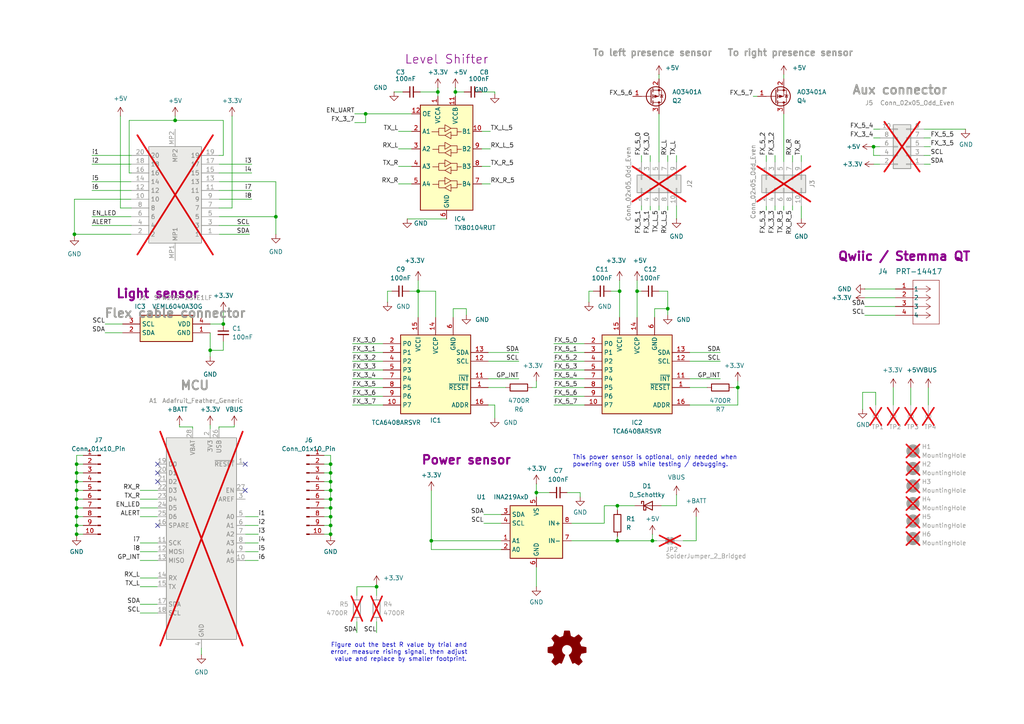
<source format=kicad_sch>
(kicad_sch (version 20231120) (generator "eeschema") (generator_version "8.0")
  (paper "A4")
  (title_block (title "besteLampe! ABL Controller Module") (date "2024-11-15") (rev "1.1") (comment 1 "See  https://beste-lampe.de for the source and more information") (comment 2 "This source describes Open Hardware and is licensed under the CERN-OHL-S v2.") (comment 3 "Copyright 2024 Lena Schimmel <mail@lenaschimmel.de>"))
  (junction (at 22.225 144.78))
  (junction (at 21.59 67.945))
  (junction (at 22.225 149.86))
  (junction (at 22.225 139.7))
  (junction (at 184.785 84.455))
  (junction (at 253.365 42.545))
  (junction (at 95.885 139.7))
  (junction (at 22.225 134.62))
  (junction (at 132.08 26.67))
  (junction (at 22.225 147.32))
  (junction (at 95.885 152.4))
  (junction (at 106.045 33.02))
  (junction (at 125.095 156.845))
  (junction (at 95.885 137.16))
  (junction (at 179.07 156.845))
  (junction (at 95.885 144.78))
  (junction (at 109.22 170.18))
  (junction (at 189.23 156.845))
  (junction (at 95.885 149.86))
  (junction (at 80.01 62.865))
  (junction (at 22.225 142.24))
  (junction (at 179.07 146.685))
  (junction (at 95.885 134.62))
  (junction (at 64.77 93.98))
  (junction (at 22.225 152.4))
  (junction (at 95.885 154.94))
  (junction (at 155.575 142.875))
  (junction (at 95.885 142.24))
  (junction (at 121.285 84.455))
  (junction (at 50.8 34.925))
  (junction (at 179.705 84.455))
  (junction (at 22.225 137.16))
  (junction (at 95.885 147.32))
  (junction (at 127 26.67))
  (junction (at 22.225 154.94))
  (junction (at 60.96 101.6))
  (junction (at 213.995 112.395))
  (junction (at 193.675 89.535))
  (no_connect (at 45.72 137.16))
  (no_connect (at 71.12 134.62))
  (no_connect (at 45.72 139.7))
  (no_connect (at 71.12 142.24))
  (no_connect (at 45.72 134.62))
  (no_connect (at 45.72 152.4))
  (wire (pts (xy 264.16 112.395) (xy 264.16 117.475)))
  (wire (pts (xy 179.07 146.685) (xy 184.15 146.685)))
  (wire (pts (xy 64.77 90.17) (xy 64.77 93.98)))
  (wire (pts (xy 186.055 45.085) (xy 186.055 46.99)))
  (wire (pts (xy 155.575 142.875) (xy 155.575 144.145)))
  (wire (pts (xy 102.235 117.475) (xy 111.125 117.475)))
  (wire (pts (xy 160.655 112.395) (xy 169.545 112.395)))
  (wire (pts (xy 165.735 156.845) (xy 179.07 156.845)))
  (wire (pts (xy 22.225 137.16) (xy 22.225 134.62)))
  (wire (pts (xy 22.225 155.575) (xy 22.225 154.94)))
  (wire (pts (xy 132.08 25.4) (xy 132.08 26.67)))
  (wire (pts (xy 193.675 91.44) (xy 193.675 89.535)))
  (wire (pts (xy 102.235 104.775) (xy 111.125 104.775)))
  (wire (pts (xy 24.13 137.16) (xy 22.225 137.16)))
  (wire (pts (xy 115.57 38.1) (xy 119.38 38.1)))
  (wire (pts (xy 168.275 142.875) (xy 168.275 144.145)))
  (wire (pts (xy 71.12 157.48) (xy 74.93 157.48)))
  (wire (pts (xy 253.365 42.545) (xy 255.27 42.545)))
  (wire (pts (xy 24.13 147.32) (xy 22.225 147.32)))
  (wire (pts (xy 145.415 149.225) (xy 140.335 149.225)))
  (wire (pts (xy 71.12 152.4) (xy 74.93 152.4)))
  (wire (pts (xy 191.135 84.455) (xy 193.675 84.455)))
  (wire (pts (xy 250.825 91.44) (xy 259.715 91.44)))
  (wire (pts (xy 64.77 93.98) (xy 60.96 93.98)))
  (wire (pts (xy 52.07 123.825) (xy 55.88 123.825)))
  (wire (pts (xy 63.5 123.825) (xy 63.5 124.46)))
  (wire (pts (xy 71.12 154.94) (xy 74.93 154.94)))
  (wire (pts (xy 269.875 45.085) (xy 267.97 45.085)))
  (wire (pts (xy 189.865 89.535) (xy 189.865 92.075)))
  (wire (pts (xy 143.51 26.67) (xy 143.51 27.305)))
  (wire (pts (xy 60.96 96.52) (xy 60.96 101.6)))
  (wire (pts (xy 200.025 117.475) (xy 213.995 117.475)))
  (wire (pts (xy 179.07 156.845) (xy 179.07 155.575)))
  (wire (pts (xy 50.8 34.925) (xy 64.77 34.925)))
  (wire (pts (xy 143.51 117.475) (xy 141.605 117.475)))
  (wire (pts (xy 93.98 142.24) (xy 95.885 142.24)))
  (wire (pts (xy 175.26 146.685) (xy 179.07 146.685)))
  (wire (pts (xy 154.305 112.395) (xy 155.575 112.395)))
  (wire (pts (xy 184.785 84.455) (xy 186.055 84.455)))
  (wire (pts (xy 67.945 123.825) (xy 63.5 123.825)))
  (wire (pts (xy 60.96 101.6) (xy 60.96 103.505)))
  (wire (pts (xy 139.7 53.34) (xy 142.24 53.34)))
  (wire (pts (xy 131.445 89.535) (xy 131.445 92.075)))
  (wire (pts (xy 22.225 139.7) (xy 22.225 137.16)))
  (wire (pts (xy 40.64 170.18) (xy 45.72 170.18)))
  (wire (pts (xy 213.995 117.475) (xy 213.995 112.395)))
  (wire (pts (xy 222.25 45.085) (xy 222.25 46.99)))
  (wire (pts (xy 63.5 57.785) (xy 73.025 57.785)))
  (wire (pts (xy 189.23 156.845) (xy 190.5 156.845)))
  (wire (pts (xy 71.12 149.86) (xy 74.93 149.86)))
  (wire (pts (xy 93.98 137.16) (xy 95.885 137.16)))
  (wire (pts (xy 250.825 83.82) (xy 259.715 83.82)))
  (wire (pts (xy 250.19 118.745) (xy 250.19 113.792)))
  (wire (pts (xy 106.045 33.02) (xy 106.045 35.56)))
  (wire (pts (xy 24.13 142.24) (xy 22.225 142.24)))
  (wire (pts (xy 40.64 142.24) (xy 45.72 142.24)))
  (wire (pts (xy 93.98 147.32) (xy 95.885 147.32)))
  (wire (pts (xy 95.885 139.7) (xy 95.885 137.16)))
  (wire (pts (xy 95.885 155.575) (xy 95.885 154.94)))
  (wire (pts (xy 115.57 43.18) (xy 119.38 43.18)))
  (wire (pts (xy 139.7 43.18) (xy 142.24 43.18)))
  (wire (pts (xy 160.655 117.475) (xy 169.545 117.475)))
  (wire (pts (xy 102.235 109.855) (xy 111.125 109.855)))
  (wire (pts (xy 103.505 170.18) (xy 109.22 170.18)))
  (wire (pts (xy 145.415 151.765) (xy 140.335 151.765)))
  (wire (pts (xy 170.815 84.455) (xy 170.815 87.63)))
  (wire (pts (xy 160.655 104.775) (xy 169.545 104.775)))
  (wire (pts (xy 71.12 162.56) (xy 74.93 162.56)))
  (wire (pts (xy 164.465 142.875) (xy 168.275 142.875)))
  (wire (pts (xy 55.88 123.825) (xy 55.88 124.46)))
  (wire (pts (xy 95.885 144.78) (xy 95.885 142.24)))
  (wire (pts (xy 186.055 59.69) (xy 186.055 60.96)))
  (wire (pts (xy 135.255 89.535) (xy 131.445 89.535)))
  (wire (pts (xy 143.51 26.67) (xy 139.7 26.67)))
  (wire (pts (xy 40.64 175.26) (xy 45.72 175.26)))
  (wire (pts (xy 269.875 40.005) (xy 267.97 40.005)))
  (wire (pts (xy 58.42 187.96) (xy 58.42 189.865)))
  (wire (pts (xy 95.885 142.24) (xy 95.885 139.7)))
  (wire (pts (xy 40.64 147.32) (xy 45.72 147.32)))
  (wire (pts (xy 232.41 63.5) (xy 232.41 59.69)))
  (wire (pts (xy 269.24 112.395) (xy 269.24 117.475)))
  (wire (pts (xy 60.96 123.19) (xy 60.96 124.46)))
  (wire (pts (xy 63.5 65.405) (xy 72.39 65.405)))
  (wire (pts (xy 200.025 104.775) (xy 208.915 104.775)))
  (wire (pts (xy 102.235 102.235) (xy 111.125 102.235)))
  (wire (pts (xy 95.885 132.08) (xy 93.98 132.08)))
  (wire (pts (xy 253.365 42.545) (xy 253.365 45.085)))
  (wire (pts (xy 93.98 139.7) (xy 95.885 139.7)))
  (wire (pts (xy 52.07 123.19) (xy 52.07 123.825)))
  (wire (pts (xy 175.26 146.685) (xy 175.26 151.765)))
  (wire (pts (xy 184.785 92.075) (xy 184.785 84.455)))
  (wire (pts (xy 102.235 112.395) (xy 111.125 112.395)))
  (wire (pts (xy 80.01 52.705) (xy 80.01 62.865)))
  (wire (pts (xy 40.64 160.02) (xy 45.72 160.02)))
  (wire (pts (xy 191.135 21.59) (xy 191.135 22.86)))
  (wire (pts (xy 125.095 156.845) (xy 145.415 156.845)))
  (wire (pts (xy 24.13 154.94) (xy 22.225 154.94)))
  (wire (pts (xy 227.33 21.59) (xy 227.33 22.86)))
  (wire (pts (xy 121.285 81.28) (xy 121.285 84.455)))
  (wire (pts (xy 125.095 142.24) (xy 125.095 156.845)))
  (wire (pts (xy 106.045 33.02) (xy 119.38 33.02)))
  (wire (pts (xy 22.225 147.32) (xy 22.225 144.78)))
  (wire (pts (xy 224.79 45.085) (xy 224.79 46.99)))
  (wire (pts (xy 160.655 99.695) (xy 169.545 99.695)))
  (wire (pts (xy 102.235 114.935) (xy 111.125 114.935)))
  (wire (pts (xy 63.5 47.625) (xy 73.025 47.625)))
  (wire (pts (xy 201.93 156.845) (xy 198.12 156.845)))
  (wire (pts (xy 67.945 123.19) (xy 67.945 123.825)))
  (wire (pts (xy 155.575 112.395) (xy 155.575 110.49)))
  (wire (pts (xy 125.095 159.385) (xy 145.415 159.385)))
  (wire (pts (xy 22.225 132.08) (xy 24.13 132.08)))
  (wire (pts (xy 132.08 26.67) (xy 134.62 26.67)))
  (wire (pts (xy 103.505 172.72) (xy 103.505 170.18)))
  (wire (pts (xy 127 26.67) (xy 127 27.94)))
  (wire (pts (xy 193.675 84.455) (xy 193.675 89.535)))
  (wire (pts (xy 160.655 114.935) (xy 169.545 114.935)))
  (wire (pts (xy 63.5 55.245) (xy 73.025 55.245)))
  (wire (pts (xy 40.64 162.56) (xy 45.72 162.56)))
  (wire (pts (xy 50.8 33.655) (xy 50.8 34.925)))
  (wire (pts (xy 24.13 134.62) (xy 22.225 134.62)))
  (wire (pts (xy 227.33 33.02) (xy 227.33 46.99)))
  (wire (pts (xy 67.31 33.655) (xy 67.31 60.325)))
  (wire (pts (xy 26.67 47.625) (xy 38.1 47.625)))
  (wire (pts (xy 139.7 38.1) (xy 142.24 38.1)))
  (wire (pts (xy 64.77 45.085) (xy 63.5 45.085)))
  (wire (pts (xy 24.13 139.7) (xy 22.225 139.7)))
  (wire (pts (xy 191.135 59.69) (xy 191.135 60.96)))
  (wire (pts (xy 63.5 50.165) (xy 73.025 50.165)))
  (wire (pts (xy 109.22 180.34) (xy 109.22 183.515)))
  (wire (pts (xy 93.98 152.4) (xy 95.885 152.4)))
  (wire (pts (xy 102.235 99.695) (xy 111.125 99.695)))
  (wire (pts (xy 22.225 154.94) (xy 22.225 152.4)))
  (wire (pts (xy 95.885 147.32) (xy 95.885 144.78)))
  (wire (pts (xy 250.825 88.9) (xy 259.715 88.9)))
  (wire (pts (xy 191.135 33.02) (xy 191.135 46.99)))
  (wire (pts (xy 40.64 157.48) (xy 45.72 157.48)))
  (wire (pts (xy 63.5 52.705) (xy 80.01 52.705)))
  (wire (pts (xy 26.67 65.405) (xy 38.1 65.405)))
  (wire (pts (xy 24.13 149.86) (xy 22.225 149.86)))
  (wire (pts (xy 38.1 57.785) (xy 21.59 57.785)))
  (wire (pts (xy 253.365 40.005) (xy 255.27 40.005)))
  (wire (pts (xy 93.98 144.78) (xy 95.885 144.78)))
  (wire (pts (xy 196.215 63.5) (xy 196.215 59.69)))
  (wire (pts (xy 155.575 140.335) (xy 155.575 142.875)))
  (wire (pts (xy 95.885 154.94) (xy 95.885 152.4)))
  (wire (pts (xy 22.225 142.24) (xy 22.225 139.7)))
  (wire (pts (xy 189.23 154.94) (xy 189.23 156.845)))
  (wire (pts (xy 253.365 47.625) (xy 255.27 47.625)))
  (wire (pts (xy 40.64 177.8) (xy 45.72 177.8)))
  (wire (pts (xy 30.48 93.98) (xy 35.56 93.98)))
  (wire (pts (xy 24.13 144.78) (xy 22.225 144.78)))
  (wire (pts (xy 172.085 84.455) (xy 170.815 84.455)))
  (wire (pts (xy 109.22 170.18) (xy 109.22 172.72)))
  (wire (pts (xy 196.215 46.99) (xy 196.215 45.085)))
  (wire (pts (xy 93.98 154.94) (xy 95.885 154.94)))
  (wire (pts (xy 102.87 33.02) (xy 106.045 33.02)))
  (wire (pts (xy 95.885 149.86) (xy 95.885 147.32)))
  (wire (pts (xy 139.7 48.26) (xy 142.24 48.26)))
  (wire (pts (xy 201.93 149.86) (xy 201.93 156.845)))
  (wire (pts (xy 129.54 63.5) (xy 118.11 63.5)))
  (wire (pts (xy 34.925 60.325) (xy 38.1 60.325)))
  (wire (pts (xy 113.665 84.455) (xy 112.395 84.455)))
  (wire (pts (xy 177.165 84.455) (xy 179.705 84.455)))
  (wire (pts (xy 22.225 134.62) (xy 22.225 132.08)))
  (wire (pts (xy 109.22 169.545) (xy 109.22 170.18)))
  (wire (pts (xy 267.97 47.625) (xy 269.875 47.625)))
  (wire (pts (xy 80.01 67.945) (xy 80.01 62.865)))
  (wire (pts (xy 34.925 33.655) (xy 34.925 60.325)))
  (wire (pts (xy 63.5 62.865) (xy 80.01 62.865)))
  (wire (pts (xy 196.215 143.51) (xy 196.215 146.685)))
  (wire (pts (xy 196.215 146.685) (xy 191.77 146.685)))
  (wire (pts (xy 250.19 113.792) (xy 254 113.792)))
  (wire (pts (xy 269.875 42.545) (xy 267.97 42.545)))
  (wire (pts (xy 93.98 134.62) (xy 95.885 134.62)))
  (wire (pts (xy 193.675 60.96) (xy 193.675 59.69)))
  (wire (pts (xy 95.885 134.62) (xy 95.885 132.08)))
  (wire (pts (xy 21.59 57.785) (xy 21.59 67.945)))
  (wire (pts (xy 121.285 84.455) (xy 126.365 84.455)))
  (wire (pts (xy 253.365 45.085) (xy 255.27 45.085)))
  (wire (pts (xy 118.745 84.455) (xy 121.285 84.455)))
  (wire (pts (xy 71.12 160.02) (xy 74.93 160.02)))
  (wire (pts (xy 115.57 48.26) (xy 119.38 48.26)))
  (wire (pts (xy 64.77 99.06) (xy 64.77 101.6)))
  (wire (pts (xy 102.235 107.315) (xy 111.125 107.315)))
  (wire (pts (xy 141.605 109.855) (xy 150.495 109.855)))
  (wire (pts (xy 200.025 109.855) (xy 208.915 109.855)))
  (wire (pts (xy 106.045 35.56) (xy 102.87 35.56)))
  (wire (pts (xy 179.705 84.455) (xy 179.705 92.075)))
  (wire (pts (xy 115.57 53.34) (xy 119.38 53.34)))
  (wire (pts (xy 30.48 96.52) (xy 35.56 96.52)))
  (wire (pts (xy 218.44 27.94) (xy 219.71 27.94)))
  (wire (pts (xy 26.67 45.085) (xy 38.1 45.085)))
  (wire (pts (xy 222.25 59.69) (xy 222.25 60.96)))
  (wire (pts (xy 114.3 26.67) (xy 116.84 26.67)))
  (wire (pts (xy 112.395 84.455) (xy 112.395 87.63)))
  (wire (pts (xy 160.655 107.315) (xy 169.545 107.315)))
  (wire (pts (xy 26.67 52.705) (xy 38.1 52.705)))
  (wire (pts (xy 175.26 151.765) (xy 165.735 151.765)))
  (wire (pts (xy 188.595 45.085) (xy 188.595 46.99)))
  (wire (pts (xy 143.51 121.285) (xy 143.51 117.475)))
  (wire (pts (xy 135.255 91.44) (xy 135.255 89.535)))
  (wire (pts (xy 193.675 45.085) (xy 193.675 46.99)))
  (wire (pts (xy 38.1 50.165) (xy 37.465 50.165)))
  (wire (pts (xy 125.095 156.845) (xy 125.095 159.385)))
  (wire (pts (xy 60.96 101.6) (xy 64.77 101.6)))
  (wire (pts (xy 67.31 60.325) (xy 63.5 60.325)))
  (wire (pts (xy 179.07 146.685) (xy 179.07 147.955)))
  (wire (pts (xy 267.97 37.465) (xy 280.035 37.465)))
  (wire (pts (xy 160.655 109.855) (xy 169.545 109.855)))
  (wire (pts (xy 141.605 112.395) (xy 146.685 112.395)))
  (wire (pts (xy 184.785 81.28) (xy 184.785 84.455)))
  (wire (pts (xy 126.365 92.075) (xy 126.365 84.455)))
  (wire (pts (xy 213.995 112.395) (xy 213.995 110.49)))
  (wire (pts (xy 179.07 156.845) (xy 189.23 156.845)))
  (wire (pts (xy 155.575 164.465) (xy 155.575 170.18)))
  (wire (pts (xy 22.225 149.86) (xy 22.225 147.32)))
  (wire (pts (xy 227.33 59.69) (xy 227.33 60.96)))
  (wire (pts (xy 50.8 34.925) (xy 37.465 34.925)))
  (wire (pts (xy 121.92 26.67) (xy 127 26.67)))
  (wire (pts (xy 63.5 67.945) (xy 72.39 67.945)))
  (wire (pts (xy 259.08 112.395) (xy 259.08 117.475)))
  (wire (pts (xy 26.67 62.865) (xy 38.1 62.865)))
  (wire (pts (xy 24.13 152.4) (xy 22.225 152.4)))
  (wire (pts (xy 26.67 55.245) (xy 38.1 55.245)))
  (wire (pts (xy 21.59 67.945) (xy 38.1 67.945)))
  (wire (pts (xy 40.64 167.64) (xy 45.72 167.64)))
  (wire (pts (xy 254 113.792) (xy 254 117.475)))
  (wire (pts (xy 132.08 26.67) (xy 132.08 27.94)))
  (wire (pts (xy 40.64 149.86) (xy 45.72 149.86)))
  (wire (pts (xy 121.285 84.455) (xy 121.285 92.075)))
  (wire (pts (xy 193.675 89.535) (xy 189.865 89.535)))
  (wire (pts (xy 200.025 112.395) (xy 205.105 112.395)))
  (wire (pts (xy 21.59 68.58) (xy 21.59 67.945)))
  (wire (pts (xy 141.605 102.235) (xy 150.495 102.235)))
  (wire (pts (xy 141.605 104.775) (xy 150.495 104.775)))
  (wire (pts (xy 253.365 37.465) (xy 255.27 37.465)))
  (wire (pts (xy 37.465 34.925) (xy 37.465 50.165)))
  (wire (pts (xy 40.64 144.78) (xy 45.72 144.78)))
  (wire (pts (xy 212.725 112.395) (xy 213.995 112.395)))
  (wire (pts (xy 252.73 42.545) (xy 253.365 42.545)))
  (wire (pts (xy 188.595 59.69) (xy 188.595 60.96)))
  (wire (pts (xy 229.87 45.085) (xy 229.87 46.99)))
  (wire (pts (xy 155.575 142.875) (xy 159.385 142.875)))
  (wire (pts (xy 22.225 144.78) (xy 22.225 142.24)))
  (wire (pts (xy 224.79 59.69) (xy 224.79 60.96)))
  (wire (pts (xy 93.98 149.86) (xy 95.885 149.86)))
  (wire (pts (xy 103.505 180.34) (xy 103.505 183.515)))
  (wire (pts (xy 232.41 45.085) (xy 232.41 46.99)))
  (wire (pts (xy 200.025 102.235) (xy 208.915 102.235)))
  (wire (pts (xy 250.825 86.36) (xy 259.715 86.36)))
  (wire (pts (xy 95.885 152.4) (xy 95.885 149.86)))
  (wire (pts (xy 127 25.4) (xy 127 26.67)))
  (wire (pts (xy 22.225 152.4) (xy 22.225 149.86)))
  (wire (pts (xy 229.87 59.69) (xy 229.87 60.96)))
  (wire (pts (xy 64.77 34.925) (xy 64.77 45.085)))
  (wire (pts (xy 179.705 81.28) (xy 179.705 84.455)))
  (wire (pts (xy 160.655 102.235) (xy 169.545 102.235)))
  (wire (pts (xy 95.885 137.16) (xy 95.885 134.62)))
  (text_box "This power sensor is optional, only needed when powering over USB while testing / debugging." (at 165.1 130.81 0) (size 53.975 6.35) (stroke (width -0.0001)) (effects (font (size 1.27 1.27)) (justify left top)))
  (text "Figure out the best R value by trial and \nerror, measure rising signal, then adjust \nvalue and replace by smaller footprint." (at 116.205 189.23 0) (effects (font (size 1.27 1.27))))
  (label "RX_L" (at 193.675 45.085 90))
  (label "EN_LED" (at 26.67 62.865 0))
  (label "EN_UART" (at 102.87 33.02 180))
  (label "SCL" (at 72.39 65.405 180))
  (label "SDA" (at 269.875 47.625 0))
  (label "FX_3_5" (at 269.875 42.545 0))
  (label "FX_3_0" (at 188.595 45.085 90))
  (label "SDA" (at 103.505 183.515 180))
  (label "FX_5_2" (at 160.655 104.775 0))
  (label "ALERT" (at 26.67 65.405 0))
  (label "SDA" (at 150.495 102.235 180))
  (label "RX_R" (at 115.57 53.34 180))
  (label "TX_R_5" (at 227.33 60.96 270))
  (label "i3" (at 73.025 47.625 180))
  (label "EN_LED" (at 40.64 147.32 180))
  (label "FX_5_5" (at 160.655 112.395 0))
  (label "i6" (at 26.67 55.245 0))
  (label "i5" (at 74.93 160.02 0))
  (label "i7" (at 73.025 55.245 180))
  (label "FX_3_6" (at 102.235 114.935 0))
  (label "FX_3_3" (at 224.79 60.96 270))
  (label "RX_L" (at 115.57 43.18 180))
  (label "TX_L_5" (at 142.24 38.1 0))
  (label "FX_3_1" (at 188.595 60.96 270))
  (label "TX_L" (at 115.57 38.1 180))
  (label "GP_INT" (at 150.495 109.855 180))
  (label "FX_5_0" (at 160.655 99.695 0))
  (label "TX_L" (at 196.215 45.085 90))
  (label "SCL" (at 140.335 151.765 180))
  (label "FX_3_3" (at 102.235 107.315 0))
  (label "i4" (at 74.93 157.48 0))
  (label "i1" (at 74.93 149.86 0))
  (label "FX_5_2" (at 222.25 45.085 90))
  (label "TX_L_5" (at 191.135 60.96 270))
  (label "i5" (at 26.67 52.705 0))
  (label "FX_5_7" (at 218.44 27.94 180))
  (label "FX_5_1" (at 186.055 60.96 270))
  (label "RX_L_5" (at 142.24 43.18 0))
  (label "SCL" (at 40.64 177.8 180))
  (label "i1" (at 26.67 45.085 0))
  (label "FX_3_2" (at 102.235 104.775 0))
  (label "SDA" (at 140.335 149.225 180))
  (label "i3" (at 74.93 154.94 0))
  (label "SDA" (at 40.64 175.26 180))
  (label "i2" (at 26.67 47.625 0))
  (label "RX_R_5" (at 229.87 60.96 270))
  (label "i8" (at 40.64 160.02 180))
  (label "FX_5_6" (at 183.515 27.94 180))
  (label "SDA" (at 250.825 88.9 180))
  (label "TX_R_5" (at 142.24 48.26 0))
  (label "FX_3_2" (at 224.79 45.085 90))
  (label "SCL" (at 269.875 45.085 0))
  (label "SCL" (at 109.22 183.515 180))
  (label "FX_3_1" (at 102.235 102.235 0))
  (label "TX_R" (at 232.41 45.085 90))
  (label "i8" (at 73.025 57.785 180))
  (label "RX_L_5" (at 193.675 60.96 270))
  (label "FX_3_7" (at 102.235 117.475 0))
  (label "i6" (at 74.93 162.56 0))
  (label "FX_3_5" (at 102.235 112.395 0))
  (label "RX_R_5" (at 142.24 53.34 0))
  (label "FX_3_4" (at 253.365 40.005 180))
  (label "TX_R" (at 40.64 144.78 180))
  (label "RX_L" (at 40.64 167.64 180))
  (label "FX_5_0" (at 186.055 45.085 90))
  (label "SCL" (at 250.825 91.44 180))
  (label "FX_5_6" (at 160.655 114.935 0))
  (label "RX_R" (at 40.64 142.24 180))
  (label "FX_5_4" (at 160.655 109.855 0))
  (label "GP_INT" (at 208.915 109.855 180))
  (label "FX_3_0" (at 102.235 99.695 0))
  (label "FX_3_4" (at 102.235 109.855 0))
  (label "i7" (at 40.64 157.48 180))
  (label "FX_5_7" (at 160.655 117.475 0))
  (label "SCL" (at 150.495 104.775 180))
  (label "SDA" (at 30.48 96.52 180))
  (label "FX_5_1" (at 160.655 102.235 0))
  (label "ALERT" (at 40.64 149.86 180))
  (label "SDA" (at 208.915 102.235 180))
  (label "GP_INT" (at 40.64 162.56 180))
  (label "FX_5_3" (at 160.655 107.315 0))
  (label "i4" (at 73.025 50.165 180))
  (label "FX_5_4" (at 253.365 37.465 180))
  (label "RX_R" (at 229.87 45.085 90))
  (label "TX_R" (at 115.57 48.26 180))
  (label "SCL" (at 30.48 93.98 180))
  (label "TX_L" (at 40.64 170.18 180))
  (label "FX_3_7" (at 102.87 35.56 180))
  (label "SDA" (at 72.39 67.945 180))
  (label "i2" (at 74.93 152.4 0))
  (label "FX_5_3" (at 222.25 60.96 270))
  (label "FX_5_5" (at 269.875 40.005 0))
  (label "SCL" (at 208.915 104.775 180))
  (symbol (lib_id "power:+3.3V") (at 109.22 169.545 0) (mirror y) (unit 1)
    (property "Reference" "#PWR043" (effects (hide yes)))
    (property "Value" "+3.3V" (at 111.125 167.64 0) (effects (justify right)))
    (property "Description" "Power symbol creates a global label with name \"+3.3V\"" (effects (hide yes)))
  )
  (symbol (lib_id "power:GND") (at 58.42 189.865 0) (unit 1)
    (property "Reference" "#PWR08" (effects (hide yes)))
    (property "Value" "GND" (at 58.42 194.945 0))
    (property "Description" "Power symbol creates a global label with name \"GND\" , ground" (effects (hide yes)))
  )
  (symbol (lib_id "power:+5V") (at 191.135 21.59 0) (unit 1)
    (property "Reference" "#PWR016" (effects (hide yes)))
    (property "Value" "+5V" (at 194.945 19.685 0))
    (property "Description" "Power symbol creates a global label with name \"+5V\"" (effects (hide yes)))
  )
  (symbol (lib_id "Connector_Generic:Conn_02x05_Odd_Even") (at 262.89 42.545 180) (unit 1) (dnp yes)
    (property "Reference" "J5" (at 252.095 29.845 0))
    (property "Value" "Conn_02x05_Odd_Even" (at 266.065 29.845 0))
    (property "Footprint" "Connector_IDC:IDC-Header_2x05_P2.54mm_Vertical" (effects (hide yes)))
    (property "Description" "Generic connector, double row, 02x05, odd/even pin numbering scheme (row 1 odd numbers, row 2 even numbers), script generated (kicad-library-utils/schlib/autogen/connector/)" (effects (hide yes)))
    (property "LCSC Part #" "C7501276" (effects (hide yes)))
    (property "Purpose" "Aux connector" (at 260.985 26.035 0) (effects (font (size 2.54 2.54) (bold yes))))
  )
  (symbol (lib_id "Mechanical:MountingHole") (at 264.795 146.05 0) (unit 1) (exclude_from_sim yes) (in_bom no) (dnp yes)
    (property "Reference" "H4" (at 267.335 144.7799 0) (effects (justify left)))
    (property "Value" "MountingHole" (at 267.335 147.3199 0) (effects (justify left)))
    (property "Footprint" "MountingHole:MountingHole_3.2mm_M3_DIN965" (effects (hide yes)))
    (property "Description" "Mounting Hole without connection" (effects (hide yes)))
  )
  (symbol (lib_id "power:GND") (at 95.885 155.575 0) (mirror y) (unit 1)
    (property "Reference" "#PWR010" (effects (hide yes)))
    (property "Value" "GND" (at 95.885 160.02 0))
    (property "Description" "Power symbol creates a global label with name \"GND\" , ground" (effects (hide yes)))
  )
  (symbol (lib_id "power:GND") (at 250.825 83.82 270) (mirror x) (unit 1)
    (property "Reference" "#PWR022" (effects (hide yes)))
    (property "Value" "GND" (at 247.015 83.8201 90) (effects (justify right)))
    (property "Description" "Power symbol creates a global label with name \"GND\" , ground" (effects (hide yes)))
  )
  (symbol (lib_id "Device:R") (at 150.495 112.395 90) (mirror x) (unit 1)
    (property "Reference" "R6" (at 150.495 118.745 90))
    (property "Value" "4700R" (at 150.495 116.205 90))
    (property "Footprint" "Resistor_SMD:R_0402_1005Metric" (effects (hide yes)))
    (property "Description" "Resistor" (effects (hide yes)))
    (property "LCSC Part #" "C25900" (effects (hide yes)))
    (property "Purpose" "Pull-Up" (effects (hide yes)))
  )
  (symbol (lib_id "Connector:TestPoint") (at 259.08 117.475 180) (unit 1) (dnp yes)
    (property "Reference" "TP2" (at 257.81 123.825 0) (effects (justify right)))
    (property "Value" "TestPoint" (effects (hide yes)))
    (property "Footprint" "TestPoint:TestPoint_THTPad_D1.5mm_Drill0.7mm" (effects (hide yes)))
    (property "Description" "test point" (effects (hide yes)))
  )
  (symbol (lib_id "Connector:TestPoint") (at 254 117.475 180) (unit 1) (dnp yes)
    (property "Reference" "TP1" (at 252.73 123.825 0) (effects (justify right)))
    (property "Value" "TestPoint" (effects (hide yes)))
    (property "Footprint" "TestPoint:TestPoint_THTPad_D1.5mm_Drill0.7mm" (effects (hide yes)))
    (property "Description" "test point" (effects (hide yes)))
  )
  (symbol (lib_id "TCA6408ARSVR:TCA6408ARSVR_Own") (at 111.125 107.315 0) (unit 1)
    (property "Reference" "IC1" (at 126.365 121.92 0))
    (property "Value" "TCA6408ARSVR" (at 114.935 122.555 0))
    (property "Footprint" "QFN40P180X260X55-16N" (effects (hide yes)))
    (property "Datasheet" "http://www.ti.com/lit/gpn/tca6408a" (effects (hide yes)))
    (property "Description" "Low-Voltage 8-Bit I2C and SMBus I/O Expander" (effects (hide yes)))
    (property "Height" "0.55" (effects (hide yes)))
    (property "Mouser Part Number" "595-TCA6408ARSVR" (effects (hide yes)))
    (property "Mouser Price/Stock" "https://www.mouser.co.uk/ProductDetail/Texas-Instruments/TCA6408ARSVR?qs=AFkNxQkJKAISZm6jGsM%252BSQ%3D%3D" (effects (hide yes)))
    (property "Manufacturer_Name" "Texas Instruments" (effects (hide yes)))
    (property "Manufacturer_Part_Number" "TCA6408ARSVR" (effects (hide yes)))
  )
  (symbol (lib_id "Jumper:SolderJumper_2_Bridged") (at 194.31 156.845 0) (mirror y) (unit 1) (exclude_from_sim yes) (in_bom no) (dnp yes)
    (property "Reference" "JP2" (at 193.0399 159.385 0) (effects (justify right)))
    (property "Value" "SolderJumper_2_Bridged" (at 193.04 161.29 0) (effects (justify right)))
    (property "Footprint" "Jumper:SolderJumper-2_P1.3mm_Bridged2Bar_RoundedPad1.0x1.5mm" (effects (hide yes)))
    (property "Description" "Solder Jumper, 2-pole, closed/bridged" (effects (hide yes)))
    (property "Purpose" "Link voltages" (effects (hide yes)))
  )
  (symbol (lib_id "power:+5V") (at 264.16 112.395 0) (unit 1)
    (property "Reference" "#PWR047" (effects (hide yes)))
    (property "Value" "+5V" (at 262.89 107.315 0) (effects (justify left)))
    (property "Description" "Power symbol creates a global label with name \"+5V\"" (effects (hide yes)))
  )
  (symbol (lib_id "power:+3.3V") (at 250.825 86.36 90) (mirror x) (unit 1)
    (property "Reference" "#PWR021" (effects (hide yes)))
    (property "Value" "+3.3V" (at 247.015 86.3601 90) (effects (justify left)))
    (property "Description" "Power symbol creates a global label with name \"+3.3V\"" (effects (hide yes)))
  )
  (symbol (lib_id "power:+5V") (at 34.925 33.655 0) (unit 1)
    (property "Reference" "#PWR03" (effects (hide yes)))
    (property "Value" "+5V" (at 34.925 28.575 0))
    (property "Description" "Power symbol creates a global label with name \"+5V\"" (effects (hide yes)))
  )
  (symbol (lib_id "power:+3.3V") (at 121.285 81.28 0) (unit 1)
    (property "Reference" "#PWR054" (effects (hide yes)))
    (property "Value" "+3.3V" (at 123.19 75.565 0) (effects (justify right)))
    (property "Description" "Power symbol creates a global label with name \"+3.3V\"" (effects (hide yes)))
  )
  (symbol (lib_id "Device:C_Small") (at 161.925 142.875 270) (unit 1)
    (property "Reference" "C7" (at 161.9186 136.525 90))
    (property "Value" "100nF" (at 161.9186 139.065 90))
    (property "Footprint" "Capacitor_SMD:C_0402_1005Metric" (effects (hide yes)))
    (property "Description" "Unpolarized capacitor, small symbol" (effects (hide yes)))
    (property "LCSC Part #" "C1525" (effects (hide yes)))
    (property "Purpose" "Decoupling" (effects (hide yes)))
  )
  (symbol (lib_id "Mechanical:MountingHole") (at 264.795 151.13 0) (unit 1) (exclude_from_sim yes) (in_bom no) (dnp yes)
    (property "Reference" "H5" (at 267.335 149.8599 0) (effects (justify left)))
    (property "Value" "MountingHole" (at 267.335 152.3999 0) (effects (justify left)))
    (property "Footprint" "MountingHole:MountingHole_3.2mm_M3_DIN965" (effects (hide yes)))
    (property "Description" "Mounting Hole without connection" (effects (hide yes)))
  )
  (symbol (lib_id "Sensor_Energy:INA219AxD") (at 155.575 154.305 0) (mirror y) (unit 1)
    (property "Reference" "U1" (at 140.97 144.145 0) (effects (justify left)))
    (property "Value" "INA219AxD" (at 153.3809 144.145 0) (effects (justify left)))
    (property "Footprint" "Package_SO:SOIC-8_3.9x4.9mm_P1.27mm" (effects (hide yes)))
    (property "Datasheet" "http://www.ti.com/lit/ds/symlink/ina219.pdf" (effects (hide yes)))
    (property "Description" "Zero-Drift, Bidirectional Current/Power Monitor (0-26V) With I2C Interface, SOIC-8" (effects (hide yes)))
    (property "LCSC Part #" "C138706" (effects (hide yes)))
    (property "Purpose" "Power sensor" (at 135.255 133.35 0) (effects (font (size 2.54 2.54) (bold yes))))
  )
  (symbol (lib_id "power:GND") (at 112.395 87.63 0) (mirror y) (unit 1)
    (property "Reference" "#PWR055" (effects (hide yes)))
    (property "Value" "GND" (at 114.935 88.9001 0) (effects (justify right)))
    (property "Description" "Power symbol creates a global label with name \"GND\" , ground" (effects (hide yes)))
  )
  (symbol (lib_id "power:+BATT") (at 52.07 123.19 0) (unit 1)
    (property "Reference" "#PWR050" (effects (hide yes)))
    (property "Value" "+BATT" (at 51.435 118.745 0))
    (property "Description" "Power symbol creates a global label with name \"+BATT\"" (effects (hide yes)))
  )
  (symbol (lib_id "Logic_LevelTranslator:TXB0104RUT") (at 129.54 45.72 0) (unit 1)
    (property "Reference" "IC4" (at 131.7341 63.5 0) (effects (justify left)))
    (property "Value" "TXB0104RUT" (at 131.7341 66.04 0) (effects (justify left)))
    (property "Footprint" "Package_DFN_QFN:Texas_R-PUQFN-N12" (effects (hide yes)))
    (property "Datasheet" "http://www.ti.com/lit/ds/symlink/txb0104.pdf" (effects (hide yes)))
    (property "Description" "4-Bit Bidirectional Voltage-Level Translator, Auto Direction Sensing and ±15-kV ESD Protection, 1.2 - 3.6V APort, 1.65 - 5.5V BPort, Texas_PUQFN-12" (effects (hide yes)))
    (property "Purpose" "Level Shifter" (at 129.54 17.145 0) (effects (font (size 2.54 2.54))))
    (property "LCSC Part #" "C19269202" (effects (hide yes)))
  )
  (symbol (lib_id "Device:R") (at 109.22 176.53 0) (unit 1) (dnp yes)
    (property "Reference" "R4" (at 111.125 175.2599 0) (effects (justify left)))
    (property "Value" "4700R" (at 111.125 177.7999 0) (effects (justify left)))
    (property "Footprint" "Resistor_SMD:R_0805_2012Metric_Pad1.20x1.40mm_HandSolder" (effects (hide yes)))
    (property "Description" "Resistor" (effects (hide yes)))
    (property "LCSC Part #" "C25900" (effects (hide yes)))
    (property "Purpose" "Pull-Up" (effects (hide yes)))
  )
  (symbol (lib_id "power:GND") (at 21.59 68.58 0) (unit 1)
    (property "Reference" "#PWR02" (effects (hide yes)))
    (property "Value" "GND" (at 21.59 73.66 0))
    (property "Description" "Power symbol creates a global label with name \"GND\" , ground" (effects (hide yes)))
  )
  (symbol (lib_id "power:+3.3V") (at 213.995 110.49 0) (unit 1)
    (property "Reference" "#PWR059" (effects (hide yes)))
    (property "Value" "+3.3V" (at 215.9 106.045 0) (effects (justify right)))
    (property "Description" "Power symbol creates a global label with name \"+3.3V\"" (effects (hide yes)))
  )
  (symbol (lib_id "power:VBUS") (at 196.215 143.51 0) (unit 1)
    (property "Reference" "#PWR036" (effects (hide yes)))
    (property "Value" "VBUS" (at 196.215 138.43 0))
    (property "Description" "Power symbol creates a global label with name \"VBUS\"" (effects (hide yes)))
  )
  (symbol (lib_id "power:+5V") (at 132.08 25.4 0) (unit 1)
    (property "Reference" "#PWR041" (effects (hide yes)))
    (property "Value" "+5V" (at 131.445 20.955 0) (effects (justify left)))
    (property "Description" "Power symbol creates a global label with name \"+5V\"" (effects (hide yes)))
  )
  (symbol (lib_id "power:GND") (at 80.01 67.945 0) (unit 1)
    (property "Reference" "#PWR06" (effects (hide yes)))
    (property "Value" "GND" (at 80.01 73.025 0))
    (property "Description" "Power symbol creates a global label with name \"GND\" , ground" (effects (hide yes)))
  )
  (symbol (lib_id "Mechanical:MountingHole") (at 264.795 135.89 0) (unit 1) (exclude_from_sim yes) (in_bom no) (dnp yes)
    (property "Reference" "H2" (at 267.335 134.6199 0) (effects (justify left)))
    (property "Value" "MountingHole" (at 267.335 137.1599 0) (effects (justify left)))
    (property "Footprint" "MountingHole:MountingHole_3.2mm_M3_DIN965" (effects (hide yes)))
    (property "Description" "Mounting Hole without connection" (effects (hide yes)))
  )
  (symbol (lib_id "power:+3.3V") (at 179.705 81.28 0) (unit 1)
    (property "Reference" "#PWR057" (effects (hide yes)))
    (property "Value" "+3.3V" (at 181.61 75.565 0) (effects (justify right)))
    (property "Description" "Power symbol creates a global label with name \"+3.3V\"" (effects (hide yes)))
  )
  (symbol (lib_id "power:+3.3V") (at 155.575 110.49 0) (unit 1)
    (property "Reference" "#PWR053" (effects (hide yes)))
    (property "Value" "+3.3V" (at 157.48 106.045 0) (effects (justify right)))
    (property "Description" "Power symbol creates a global label with name \"+3.3V\"" (effects (hide yes)))
  )
  (symbol (lib_id "power:+5V") (at 189.23 154.94 0) (unit 1)
    (property "Reference" "#PWR09" (effects (hide yes)))
    (property "Value" "+5V" (at 189.23 150.495 0))
    (property "Description" "Power symbol creates a global label with name \"+5V\"" (effects (hide yes)))
  )
  (symbol (lib_id "power:GND") (at 143.51 121.285 0) (mirror y) (unit 1)
    (property "Reference" "#PWR060" (effects (hide yes)))
    (property "Value" "GND" (at 146.05 122.5551 0) (effects (justify right)))
    (property "Description" "Power symbol creates a global label with name \"GND\" , ground" (effects (hide yes)))
  )
  (symbol (lib_id "VEML6040A3OG:VEML6040A3OG") (at 35.56 96.52 0) (mirror x) (unit 1)
    (property "Reference" "IC3" (at 40.64 88.9 0))
    (property "Value" "VEML6040A3OG" (at 51.435 88.9 0))
    (property "Footprint" "VEML6040A3OG" (effects (hide yes)))
    (property "Datasheet" "https://www.vishay.com/docs/84276/veml6040.pdf" (effects (hide yes)))
    (property "Description" "Photo IC Sensors RGBW Clr Snsr w/I2C 16-Bit 2.5-3.6V" (effects (hide yes)))
    (property "Height" "1.1" (effects (hide yes)))
    (property "Mouser Part Number" "78-VEML6040A3OG" (effects (hide yes)))
    (property "Mouser Price/Stock" "https://www.mouser.co.uk/ProductDetail/Vishay-Semiconductors/VEML6040A3OG?qs=uWNRbsI0ZdO85N24FCwIew%3D%3D" (effects (hide yes)))
    (property "Manufacturer_Name" "Vishay" (effects (hide yes)))
    (property "Manufacturer_Part_Number" "VEML6040A3OG" (effects (hide yes)))
    (property "LCSC Part #" "C78465" (effects (hide yes)))
    (property "Purpose" "Light sensor" (at 45.72 85.09 0) (effects (font (size 2.54 2.54) (bold yes))))
  )
  (symbol (lib_id "Device:C_Small") (at 174.625 84.455 270) (unit 1)
    (property "Reference" "C11" (at 174.6186 78.105 90))
    (property "Value" "100nF" (at 174.6186 80.645 90))
    (property "Footprint" "Capacitor_SMD:C_0402_1005Metric" (effects (hide yes)))
    (property "Description" "Unpolarized capacitor, small symbol" (effects (hide yes)))
    (property "LCSC Part #" "C1525" (effects (hide yes)))
    (property "Purpose" "Decoupling" (effects (hide yes)))
  )
  (symbol (lib_id "TCA6408ARSVR:TCA6408ARSVR_Own") (at 169.545 107.315 0) (unit 1)
    (property "Reference" "IC2" (at 184.785 122.555 0))
    (property "Value" "TCA6408ARSVR" (at 184.785 125.095 0))
    (property "Footprint" "QFN40P180X260X55-16N" (effects (hide yes)))
    (property "Datasheet" "http://www.ti.com/lit/gpn/tca6408a" (effects (hide yes)))
    (property "Description" "Low-Voltage 8-Bit I2C and SMBus I/O Expander" (effects (hide yes)))
    (property "Height" "0.55" (effects (hide yes)))
    (property "Mouser Part Number" "595-TCA6408ARSVR" (effects (hide yes)))
    (property "Mouser Price/Stock" "https://www.mouser.co.uk/ProductDetail/Texas-Instruments/TCA6408ARSVR?qs=AFkNxQkJKAISZm6jGsM%252BSQ%3D%3D" (effects (hide yes)))
    (property "Manufacturer_Name" "Texas Instruments" (effects (hide yes)))
    (property "Manufacturer_Part_Number" "TCA6408ARSVR" (effects (hide yes)))
  )
  (symbol (lib_id "power:GND") (at 196.215 63.5 0) (unit 1)
    (property "Reference" "#PWR011" (effects (hide yes)))
    (property "Value" "GND" (at 196.215 68.58 0))
    (property "Description" "Power symbol creates a global label with name \"GND\" , ground" (effects (hide yes)))
  )
  (symbol (lib_id "power:GND") (at 60.96 103.505 0) (unit 1)
    (property "Reference" "#PWR026" (effects (hide yes)))
    (property "Value" "GND" (at 60.96 108.585 0))
    (property "Description" "Power symbol creates a global label with name \"GND\" , ground" (effects (hide yes)))
  )
  (symbol (lib_id "power:+3.3V") (at 67.31 33.655 0) (unit 1)
    (property "Reference" "#PWR04" (effects (hide yes)))
    (property "Value" "+3.3V" (at 67.31 29.21 0))
    (property "Description" "Power symbol creates a global label with name \"+3.3V\"" (effects (hide yes)))
  )
  (symbol (lib_id "Mechanical:MountingHole") (at 264.795 130.81 0) (unit 1) (exclude_from_sim yes) (in_bom no) (dnp yes)
    (property "Reference" "H1" (at 267.335 129.5399 0) (effects (justify left)))
    (property "Value" "MountingHole" (at 267.335 132.0799 0) (effects (justify left)))
    (property "Footprint" "MountingHole:MountingHole_3.2mm_M3_DIN965" (effects (hide yes)))
    (property "Description" "Mounting Hole without connection" (effects (hide yes)))
  )
  (symbol (lib_id "Mechanical:MountingHole") (at 264.795 156.21 0) (unit 1) (exclude_from_sim yes) (in_bom no) (dnp yes)
    (property "Reference" "H6" (at 267.335 154.9399 0) (effects (justify left)))
    (property "Value" "MountingHole" (at 267.335 157.4799 0) (effects (justify left)))
    (property "Footprint" "MountingHole:MountingHole_3.2mm_M3_DIN965" (effects (hide yes)))
    (property "Description" "Mounting Hole without connection" (effects (hide yes)))
  )
  (symbol (lib_id "power:GND") (at 193.675 91.44 0) (mirror y) (unit 1)
    (property "Reference" "#PWR058" (effects (hide yes)))
    (property "Value" "GND" (at 196.215 92.7101 0) (effects (justify right)))
    (property "Description" "Power symbol creates a global label with name \"GND\" , ground" (effects (hide yes)))
  )
  (symbol (lib_id "power:GND") (at 114.3 26.67 0) (unit 1)
    (property "Reference" "#PWR029" (effects (hide yes)))
    (property "Value" "GND" (at 112.395 25.4 0) (effects (justify right)))
    (property "Description" "Power symbol creates a global label with name \"GND\" , ground" (effects (hide yes)))
  )
  (symbol (lib_id "Device:R") (at 208.915 112.395 90) (mirror x) (unit 1)
    (property "Reference" "R7" (at 208.915 118.745 90))
    (property "Value" "4700R" (at 208.915 116.205 90))
    (property "Footprint" "Resistor_SMD:R_0402_1005Metric" (effects (hide yes)))
    (property "Description" "Resistor" (effects (hide yes)))
    (property "LCSC Part #" "C25900" (effects (hide yes)))
    (property "Purpose" "Pull-Up" (effects (hide yes)))
  )
  (symbol (lib_id "Device:C_Small") (at 119.38 26.67 90) (unit 1)
    (property "Reference" "C3" (at 117.475 20.955 90) (effects (justify left)))
    (property "Value" "100nF" (at 120.65 22.86 90) (effects (justify left)))
    (property "Footprint" "Capacitor_SMD:C_0402_1005Metric" (effects (hide yes)))
    (property "Description" "Unpolarized capacitor, small symbol" (effects (hide yes)))
    (property "LCSC Part #" "C1525" (effects (hide yes)))
    (property "Purpose" "Decoupling" (effects (hide yes)))
  )
  (symbol (lib_id "Graphic:Logo_Open_Hardware_Small") (at 164.465 188.595 0) (unit 1) (exclude_from_sim yes) (in_bom no)
    (property "Reference" "#SYM1" (effects (hide yes)))
    (property "Value" "Logo_Open_Hardware_Small" (effects (hide yes)))
    (property "Footprint" "Symbol:OSHW-Logo_5.7x6mm_SilkScreen" (effects (hide yes)))
    (property "Description" "Open Hardware logo, small" (effects (hide yes)))
  )
  (symbol (lib_id "power:+3.3V") (at 64.77 90.17 0) (unit 1)
    (property "Reference" "#PWR027" (effects (hide yes)))
    (property "Value" "+3.3V" (at 64.77 85.725 0))
    (property "Description" "Power symbol creates a global label with name \"+3.3V\"" (effects (hide yes)))
  )
  (symbol (lib_id "power:+5V") (at 227.33 21.59 0) (unit 1)
    (property "Reference" "#PWR019" (effects (hide yes)))
    (property "Value" "+5V" (at 231.775 19.685 0))
    (property "Description" "Power symbol creates a global label with name \"+5V\"" (effects (hide yes)))
  )
  (symbol (lib_id "MCU_Module:Adafruit_Feather_Generic") (at 58.42 154.94 0) (unit 1) (in_bom no) (dnp yes)
    (property "Reference" "A1" (at 43.18 116.205 0) (effects (justify left)))
    (property "Value" "Adafruit_Feather_Generic" (at 46.99 116.205 0) (effects (justify left)))
    (property "Footprint" "Module:Adafruit_Feather_WithMountingHoles" (effects (hide yes)))
    (property "Datasheet" "https://cdn-learn.adafruit.com/downloads/pdf/adafruit-feather.pdf" (effects (hide yes)))
    (property "Description" "Microcontroller module in various flavor, generic symbol" (effects (hide yes)))
    (property "Purpose" "MCU" (at 56.515 111.76 0) (effects (font (size 2.54 2.54) (bold yes))))
  )
  (symbol (lib_id "power:+5V") (at 252.73 42.545 90) (unit 1)
    (property "Reference" "#PWR023" (effects (hide yes)))
    (property "Value" "+5V" (at 249.555 42.545 90) (effects (justify left)))
    (property "Description" "Power symbol creates a global label with name \"+5V\"" (effects (hide yes)))
  )
  (symbol (lib_id "power:GND") (at 118.11 63.5 0) (unit 1)
    (property "Reference" "#PWR013" (effects (hide yes)))
    (property "Value" "GND" (at 120.015 64.7699 0) (effects (justify left)))
    (property "Description" "Power symbol creates a global label with name \"GND\" , ground" (effects (hide yes)))
  )
  (symbol (lib_id "Device:C_Small") (at 188.595 84.455 90) (mirror x) (unit 1)
    (property "Reference" "C12" (at 188.6014 78.105 90))
    (property "Value" "100nF" (at 188.6014 80.645 90))
    (property "Footprint" "Capacitor_SMD:C_0402_1005Metric" (effects (hide yes)))
    (property "Description" "Unpolarized capacitor, small symbol" (effects (hide yes)))
    (property "LCSC Part #" "C1525" (effects (hide yes)))
    (property "Purpose" "Decoupling" (effects (hide yes)))
  )
  (symbol (lib_id "power:GND") (at 232.41 63.5 0) (unit 1)
    (property "Reference" "#PWR020" (effects (hide yes)))
    (property "Value" "GND" (at 232.41 68.58 0))
    (property "Description" "Power symbol creates a global label with name \"GND\" , ground" (effects (hide yes)))
  )
  (symbol (lib_id "power:GND") (at 170.815 87.63 0) (mirror y) (unit 1)
    (property "Reference" "#PWR056" (effects (hide yes)))
    (property "Value" "GND" (at 173.355 88.9001 0) (effects (justify right)))
    (property "Description" "Power symbol creates a global label with name \"GND\" , ground" (effects (hide yes)))
  )
  (symbol (lib_id "power:GND") (at 143.51 27.305 0) (unit 1)
    (property "Reference" "#PWR044" (effects (hide yes)))
    (property "Value" "GND" (at 141.605 26.035 0) (effects (justify right)))
    (property "Description" "Power symbol creates a global label with name \"GND\" , ground" (effects (hide yes)))
  )
  (symbol (lib_id "Device:R") (at 179.07 151.765 0) (unit 1)
    (property "Reference" "R1" (at 181.61 150.4949 0) (effects (justify left)))
    (property "Value" "R" (at 181.61 153.0349 0) (effects (justify left)))
    (property "Footprint" "Resistor_SMD:R_2512_6332Metric" (effects (hide yes)))
    (property "Description" "Resistor" (effects (hide yes)))
    (property "LCSC Part #" "C2994640" (effects (hide yes)))
    (property "Purpose" "Current sensing" (effects (hide yes)))
  )
  (symbol (lib_id "power:+3.3V") (at 155.575 140.335 0) (mirror y) (unit 1)
    (property "Reference" "#PWR032" (effects (hide yes)))
    (property "Value" "+3.3V" (at 155.575 135.89 0))
    (property "Description" "Power symbol creates a global label with name \"+3.3V\"" (effects (hide yes)))
  )
  (symbol (lib_id "power:+3.3V") (at 125.095 142.24 0) (mirror y) (unit 1)
    (property "Reference" "#PWR034" (effects (hide yes)))
    (property "Value" "+3.3V" (at 125.095 137.795 0))
    (property "Description" "Power symbol creates a global label with name \"+3.3V\"" (effects (hide yes)))
  )
  (symbol (lib_id "power:GND") (at 168.275 144.145 0) (mirror y) (unit 1)
    (property "Reference" "#PWR012" (effects (hide yes)))
    (property "Value" "GND" (at 168.275 148.59 0))
    (property "Description" "Power symbol creates a global label with name \"GND\" , ground" (effects (hide yes)))
  )
  (symbol (lib_id "Connector:Conn_01x10_Pin") (at 29.21 142.24 0) (mirror y) (unit 1)
    (property "Reference" "J7" (at 28.575 127.635 0))
    (property "Value" "Conn_01x10_Pin" (at 28.575 130.175 0))
    (property "Footprint" "Connector_PinHeader_2.54mm:PinHeader_1x10_P2.54mm_Vertical" (effects (hide yes)))
    (property "Description" "Generic connector, single row, 01x10, script generated" (effects (hide yes)))
  )
  (symbol (lib_id "Connector_Generic:Conn_02x05_Odd_Even") (at 227.33 52.07 90) (mirror x) (unit 1) (dnp yes)
    (property "Reference" "J3" (at 235.585 53.34 0))
    (property "Value" "Conn_02x05_Odd_Even" (at 218.44 52.705 0))
    (property "Footprint" "Own footprints:Dual Row Inverted Thru Board Card Edge Connector 02x05 Kyocera AVX 009159010603906" (effects (hide yes)))
    (property "Description" "Generic connector, double row, 02x05, odd/even pin numbering scheme (row 1 odd numbers, row 2 even numbers), script generated (kicad-library-utils/schlib/autogen/connector/)" (effects (hide yes)))
    (property "LCSC Part #" "C7501276" (effects (hide yes)))
    (property "Purpose" "To right presence sensor" (at 229.235 15.24 90) (effects (font (size 1.905 1.905) (bold yes))))
  )
  (symbol (lib_id "Connector_Generic:Conn_02x05_Odd_Even") (at 191.135 52.07 90) (mirror x) (unit 1) (dnp yes)
    (property "Reference" "J2" (at 200.025 53.34 0))
    (property "Value" "Conn_02x05_Odd_Even" (at 182.245 53.34 0))
    (property "Footprint" "Own footprints:Dual Row Inverted Thru Board Card Edge Connector 02x05 Kyocera AVX 009159010603906" (effects (hide yes)))
    (property "Description" "Generic connector, double row, 02x05, odd/even pin numbering scheme (row 1 odd numbers, row 2 even numbers), script generated (kicad-library-utils/schlib/autogen/connector/)" (effects (hide yes)))
    (property "LCSC Part #" "C7501276" (effects (hide yes)))
    (property "Purpose" "To left presence sensor" (at 189.23 15.24 90) (effects (font (size 1.905 1.905) (bold yes))))
  )
  (symbol (lib_id "Device:D_Schottky") (at 187.96 146.685 0) (unit 1)
    (property "Reference" "D1" (at 187.6425 140.97 0))
    (property "Value" "D_Schottky" (at 187.6425 143.51 0))
    (property "Footprint" "Own footprints:YFW SSL34F Schottky Diode" (effects (hide yes)))
    (property "Description" "Schottky diode" (effects (hide yes)))
    (property "LCSC Part #" "C1884559" (effects (hide yes)))
  )
  (symbol (lib_id "Device:C_Small") (at 116.205 84.455 270) (unit 1)
    (property "Reference" "C9" (at 116.1986 78.105 90))
    (property "Value" "100nF" (at 116.1986 80.645 90))
    (property "Footprint" "Capacitor_SMD:C_0402_1005Metric" (effects (hide yes)))
    (property "Description" "Unpolarized capacitor, small symbol" (effects (hide yes)))
    (property "LCSC Part #" "C1525" (effects (hide yes)))
    (property "Purpose" "Decoupling" (effects (hide yes)))
  )
  (symbol (lib_id "power:+3.3V") (at 127 25.4 0) (unit 1)
    (property "Reference" "#PWR014" (effects (hide yes)))
    (property "Value" "+3.3V" (at 127 20.955 0))
    (property "Description" "Power symbol creates a global label with name \"+3.3V\"" (effects (hide yes)))
  )
  (symbol (lib_id "Device:C_Small") (at 137.16 26.67 270) (mirror x) (unit 1)
    (property "Reference" "C8" (at 139.065 20.955 90) (effects (justify left)))
    (property "Value" "100nF" (at 135.89 22.86 90) (effects (justify left)))
    (property "Footprint" "Capacitor_SMD:C_0402_1005Metric" (effects (hide yes)))
    (property "Description" "Unpolarized capacitor, small symbol" (effects (hide yes)))
    (property "LCSC Part #" "C1525" (effects (hide yes)))
    (property "Purpose" "Decoupling" (effects (hide yes)))
  )
  (symbol (lib_id "power:GND") (at 250.19 118.745 0) (unit 1)
    (property "Reference" "#PWR045" (effects (hide yes)))
    (property "Value" "GND" (at 248.285 123.19 0) (effects (justify left)))
    (property "Description" "Power symbol creates a global label with name \"GND\" , ground" (effects (hide yes)))
  )
  (symbol (lib_id "Mechanical:MountingHole") (at 264.795 140.97 0) (unit 1) (exclude_from_sim yes) (in_bom no) (dnp yes)
    (property "Reference" "H3" (at 267.335 139.6999 0) (effects (justify left)))
    (property "Value" "MountingHole" (at 267.335 142.2399 0) (effects (justify left)))
    (property "Footprint" "MountingHole:MountingHole_3.2mm_M3_DIN965" (effects (hide yes)))
    (property "Description" "Mounting Hole without connection" (effects (hide yes)))
  )
  (symbol (lib_id "Transistor_FET:AO3401A") (at 188.595 27.94 0) (mirror x) (unit 1)
    (property "Reference" "Q2" (at 194.945 29.2101 0) (effects (justify left)))
    (property "Value" "AO3401A" (at 194.945 26.6701 0) (effects (justify left)))
    (property "Footprint" "Package_TO_SOT_SMD:SOT-23" (effects (hide yes)))
    (property "Datasheet" "http://www.aosmd.com/pdfs/datasheet/AO3401A.pdf" (effects (hide yes)))
    (property "Description" "-4.0A Id, -30V Vds, P-Channel MOSFET, SOT-23" (effects (hide yes)))
    (property "LCSC Part #" "C15127" (effects (hide yes)))
    (property "Purpose" "Switch sensor power" (effects (hide yes)))
  )
  (symbol (lib_id "Connector:TestPoint") (at 264.16 117.475 180) (unit 1) (dnp yes)
    (property "Reference" "TP3" (at 262.89 123.825 0) (effects (justify right)))
    (property "Value" "TestPoint" (effects (hide yes)))
    (property "Footprint" "TestPoint:TestPoint_THTPad_D1.5mm_Drill0.7mm" (effects (hide yes)))
    (property "Description" "test point" (effects (hide yes)))
  )
  (symbol (lib_id "power:+3.3V") (at 253.365 47.625 90) (unit 1)
    (property "Reference" "#PWR024" (effects (hide yes)))
    (property "Value" "+3.3V" (at 250.19 47.625 90) (effects (justify left)))
    (property "Description" "Power symbol creates a global label with name \"+3.3V\"" (effects (hide yes)))
  )
  (symbol (lib_id "power:+BATT") (at 201.93 149.86 0) (unit 1)
    (property "Reference" "#PWR051" (effects (hide yes)))
    (property "Value" "+BATT" (at 201.93 145.288 0))
    (property "Description" "Power symbol creates a global label with name \"+BATT\"" (effects (hide yes)))
  )
  (symbol (lib_id "power:VBUS") (at 67.945 123.19 0) (unit 1)
    (property "Reference" "#PWR01" (effects (hide yes)))
    (property "Value" "VBUS" (at 67.945 118.745 0))
    (property "Description" "Power symbol creates a global label with name \"VBUS\"" (effects (hide yes)))
  )
  (symbol (lib_id "power:+5V") (at 50.8 33.655 0) (unit 1)
    (property "Reference" "#PWR05" (effects (hide yes)))
    (property "Value" "+5V" (at 50.8 29.21 0))
    (property "Description" "Power symbol creates a global label with name \"+5V\"" (effects (hide yes)))
  )
  (symbol (lib_id "Device:R") (at 103.505 176.53 180) (unit 1) (dnp yes)
    (property "Reference" "R5" (at 98.425 175.26 0) (effects (justify right)))
    (property "Value" "4700R" (at 94.615 177.8 0) (effects (justify right)))
    (property "Footprint" "Resistor_SMD:R_0805_2012Metric_Pad1.20x1.40mm_HandSolder" (effects (hide yes)))
    (property "Description" "Resistor" (effects (hide yes)))
    (property "LCSC Part #" "C25900" (effects (hide yes)))
    (property "Purpose" "Pull-Up" (effects (hide yes)))
  )
  (symbol (lib_id "power:+3.3V") (at 60.96 123.19 0) (unit 1)
    (property "Reference" "#PWR07" (effects (hide yes)))
    (property "Value" "+3.3V" (at 60.96 118.745 0))
    (property "Description" "Power symbol creates a global label with name \"+3.3V\"" (effects (hide yes)))
  )
  (symbol (lib_id "Connector:TestPoint") (at 269.24 117.475 180) (unit 1) (dnp yes)
    (property "Reference" "TP4" (at 267.97 123.825 0) (effects (justify right)))
    (property "Value" "TestPoint" (effects (hide yes)))
    (property "Footprint" "TestPoint:TestPoint_THTPad_D1.5mm_Drill0.7mm" (effects (hide yes)))
    (property "Description" "test point" (effects (hide yes)))
  )
  (symbol (lib_id "power:VBUS") (at 269.24 112.395 0) (unit 1)
    (property "Reference" "#PWR048" (effects (hide yes)))
    (property "Value" "VBUS" (at 269.24 107.315 0))
    (property "Description" "Power symbol creates a global label with name \"VBUS\"" (effects (hide yes)))
  )
  (symbol (lib_id "power:GND") (at 155.575 170.18 0) (mirror y) (unit 1)
    (property "Reference" "#PWR033" (effects (hide yes)))
    (property "Value" "GND" (at 155.575 174.625 0))
    (property "Description" "Power symbol creates a global label with name \"GND\" , ground" (effects (hide yes)))
  )
  (symbol (lib_id "power:+3.3V") (at 259.08 112.395 0) (mirror y) (unit 1)
    (property "Reference" "#PWR046" (effects (hide yes)))
    (property "Value" "+3.3V" (at 255.905 107.315 0) (effects (justify right)))
    (property "Description" "Power symbol creates a global label with name \"+3.3V\"" (effects (hide yes)))
  )
  (symbol (lib_id "SFW20S-2STE1LF:SFW20S-2STE1LF") (at 50.8 75.565 90) (unit 1) (dnp yes)
    (property "Reference" "J1" (at 42.545 86.36 90) (effects (justify left)))
    (property "Value" "SFW20S-2STE1LF" (at 61.595 86.36 90) (effects (justify left)))
    (property "Footprint" "Own footprints:SFW20S2STE1LF_Own" (effects (hide yes)))
    (property "Datasheet" "https://cdn.amphenol-cs.com/media/wysiwyg/files/drawing/10172832.pdf" (effects (hide yes)))
    (property "Description" "1.00mm Flex Connector, SFW Straight series, 20 Position, Top Entry Surface Mount, ZIF" (effects (hide yes)))
    (property "Height" "5.5" (effects (hide yes)))
    (property "Manufacturer_Name" "Amphenol Communications Solutions" (effects (hide yes)))
    (property "Manufacturer_Part_Number" "SFW20S-2STE1LF" (effects (hide yes)))
    (property "LCSC Part #" "C5407823" (effects (hide yes)))
    (property "Purpose" "Flex cable connector" (at 50.8 90.805 90) (effects (font (size 2.54 2.54) (bold yes))))
  )
  (symbol (lib_id "power:GND") (at 22.225 155.575 0) (unit 1)
    (property "Reference" "#PWR015" (effects (hide yes)))
    (property "Value" "GND" (at 22.225 160.02 0))
    (property "Description" "Power symbol creates a global label with name \"GND\" , ground" (effects (hide yes)))
  )
  (symbol (lib_id "PRT-14417:PRT-14417") (at 259.715 83.82 0) (unit 1)
    (property "Reference" "J4" (at 254.635 78.74 0) (effects (font (size 1.524 1.524)) (justify left)))
    (property "Value" "PRT-14417" (at 259.715 78.74 0) (effects (font (size 1.524 1.524)) (justify left)))
    (property "Footprint" "PRT-14417:CONN_PRT-14417_SPK" (effects (hide yes)))
    (property "Datasheet" "PRT-14417" (effects (hide yes)))
    (property "LCSC Part #" "C160404" (effects (hide yes)))
    (property "Purpose" "Qwiic / Stemma QT" (at 262.255 74.295 0) (effects (font (size 2.54 2.54) (bold yes))))
  )
  (symbol (lib_id "Transistor_FET:AO3401A") (at 224.79 27.94 0) (mirror x) (unit 1)
    (property "Reference" "Q4" (at 231.14 29.2101 0) (effects (justify left)))
    (property "Value" "AO3401A" (at 231.14 26.6701 0) (effects (justify left)))
    (property "Footprint" "Package_TO_SOT_SMD:SOT-23" (effects (hide yes)))
    (property "Datasheet" "http://www.aosmd.com/pdfs/datasheet/AO3401A.pdf" (effects (hide yes)))
    (property "Description" "-4.0A Id, -30V Vds, P-Channel MOSFET, SOT-23" (effects (hide yes)))
    (property "LCSC Part #" "C15127" (effects (hide yes)))
    (property "Purpose" "Switch sensor power" (effects (hide yes)))
  )
  (symbol (lib_id "power:+5V") (at 184.785 81.28 0) (unit 1)
    (property "Reference" "#PWR061" (effects (hide yes)))
    (property "Value" "+5V" (at 183.515 75.565 0) (effects (justify left)))
    (property "Description" "Power symbol creates a global label with name \"+5V\"" (effects (hide yes)))
  )
  (symbol (lib_id "power:GND") (at 135.255 91.44 0) (mirror y) (unit 1)
    (property "Reference" "#PWR052" (effects (hide yes)))
    (property "Value" "GND" (at 137.795 92.7101 0) (effects (justify right)))
    (property "Description" "Power symbol creates a global label with name \"GND\" , ground" (effects (hide yes)))
  )
  (symbol (lib_id "Device:C_Small") (at 64.77 96.52 0) (unit 1)
    (property "Reference" "C1" (at 67.31 95.2562 0) (effects (justify left)))
    (property "Value" "100nF" (at 67.31 97.7962 0) (effects (justify left)))
    (property "Footprint" "Capacitor_SMD:C_0402_1005Metric" (effects (hide yes)))
    (property "Description" "Unpolarized capacitor, small symbol" (effects (hide yes)))
    (property "LCSC Part #" "C1525" (effects (hide yes)))
    (property "Purpose" "Decoupling" (effects (hide yes)))
  )
  (symbol (lib_id "power:GND") (at 280.035 37.465 0) (unit 1)
    (property "Reference" "#PWR018" (effects (hide yes)))
    (property "Value" "GND" (at 278.13 41.91 0) (effects (justify left)))
    (property "Description" "Power symbol creates a global label with name \"GND\" , ground" (effects (hide yes)))
  )
  (symbol (lib_id "Connector:Conn_01x10_Pin") (at 88.9 142.24 0) (unit 1)
    (property "Reference" "J6" (at 89.535 127.635 0))
    (property "Value" "Conn_01x10_Pin" (at 89.535 130.175 0))
    (property "Footprint" "Connector_PinHeader_2.54mm:PinHeader_1x10_P2.54mm_Vertical" (effects (hide yes)))
    (property "Description" "Generic connector, single row, 01x10, script generated" (effects (hide yes)))
  )
)
</source>
